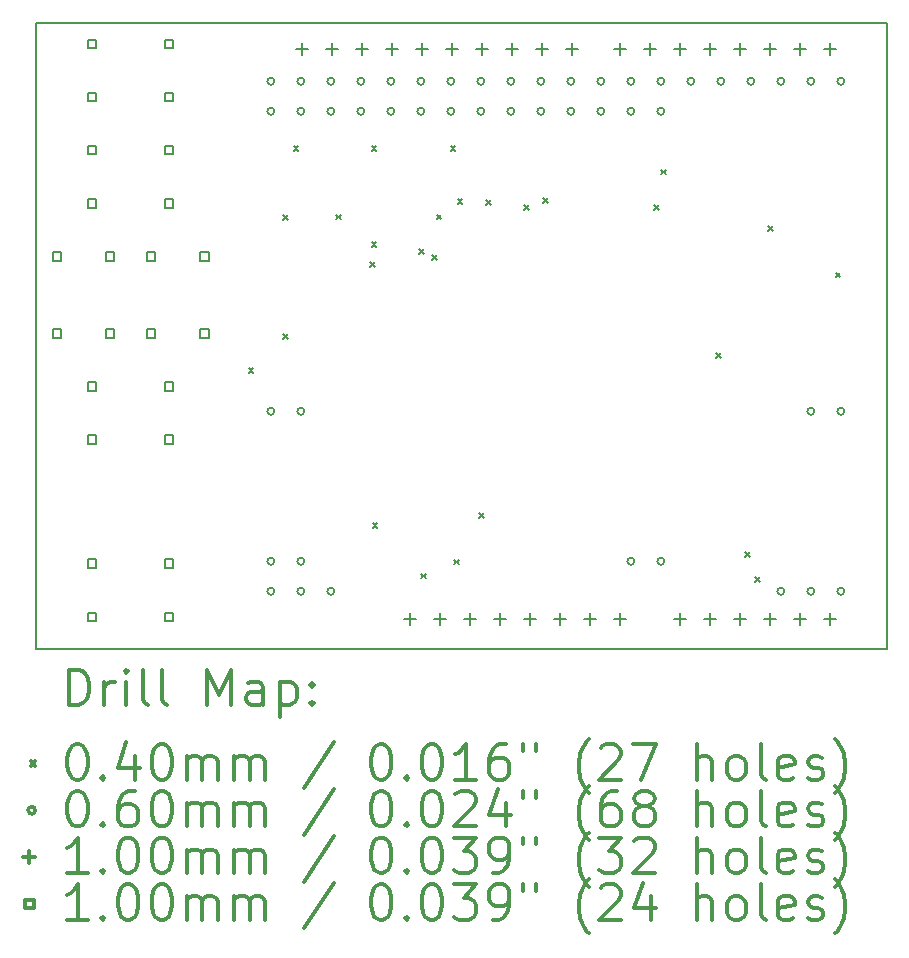
<source format=gbr>
%FSLAX45Y45*%
G04 Gerber Fmt 4.5, Leading zero omitted, Abs format (unit mm)*
G04 Created by KiCad (PCBNEW 5.0.0-fee4fd1~66~ubuntu18.04.1) date Mon Oct  8 02:40:17 2018*
%MOMM*%
%LPD*%
G01*
G04 APERTURE LIST*
%ADD10C,0.150000*%
%ADD11C,0.200000*%
%ADD12C,0.300000*%
G04 APERTURE END LIST*
D10*
X12300000Y-13000000D02*
X12300000Y-7700000D01*
X5100000Y-7700000D02*
X5100000Y-13000000D01*
X12300000Y-7700000D02*
X5100000Y-7700000D01*
X5100000Y-13000000D02*
X12300000Y-13000000D01*
D11*
X6900000Y-10620000D02*
X6940000Y-10660000D01*
X6940000Y-10620000D02*
X6900000Y-10660000D01*
X7190000Y-9323000D02*
X7230000Y-9363000D01*
X7230000Y-9323000D02*
X7190000Y-9363000D01*
X7190000Y-10330000D02*
X7230000Y-10370000D01*
X7230000Y-10330000D02*
X7190000Y-10370000D01*
X7280000Y-8740000D02*
X7320000Y-8780000D01*
X7320000Y-8740000D02*
X7280000Y-8780000D01*
X7640000Y-9320000D02*
X7680000Y-9360000D01*
X7680000Y-9320000D02*
X7640000Y-9360000D01*
X7930000Y-9720000D02*
X7970000Y-9760000D01*
X7970000Y-9720000D02*
X7930000Y-9760000D01*
X7940000Y-8740000D02*
X7980000Y-8780000D01*
X7980000Y-8740000D02*
X7940000Y-8780000D01*
X7940000Y-9550000D02*
X7980000Y-9590000D01*
X7980000Y-9550000D02*
X7940000Y-9590000D01*
X7950000Y-11930000D02*
X7990000Y-11970000D01*
X7990000Y-11930000D02*
X7950000Y-11970000D01*
X8340000Y-9610000D02*
X8380000Y-9650000D01*
X8380000Y-9610000D02*
X8340000Y-9650000D01*
X8360000Y-12360000D02*
X8400000Y-12400000D01*
X8400000Y-12360000D02*
X8360000Y-12400000D01*
X8450000Y-9660000D02*
X8490000Y-9700000D01*
X8490000Y-9660000D02*
X8450000Y-9700000D01*
X8490000Y-9320000D02*
X8530000Y-9360000D01*
X8530000Y-9320000D02*
X8490000Y-9360000D01*
X8610000Y-8740000D02*
X8650000Y-8780000D01*
X8650000Y-8740000D02*
X8610000Y-8780000D01*
X8640000Y-12240000D02*
X8680000Y-12280000D01*
X8680000Y-12240000D02*
X8640000Y-12280000D01*
X8670000Y-9190000D02*
X8710000Y-9230000D01*
X8710000Y-9190000D02*
X8670000Y-9230000D01*
X8850000Y-11850000D02*
X8890000Y-11890000D01*
X8890000Y-11850000D02*
X8850000Y-11890000D01*
X8910000Y-9200000D02*
X8950000Y-9240000D01*
X8950000Y-9200000D02*
X8910000Y-9240000D01*
X9230000Y-9240000D02*
X9270000Y-9280000D01*
X9270000Y-9240000D02*
X9230000Y-9280000D01*
X9390000Y-9180000D02*
X9430000Y-9220000D01*
X9430000Y-9180000D02*
X9390000Y-9220000D01*
X10330000Y-9240000D02*
X10370000Y-9280000D01*
X10370000Y-9240000D02*
X10330000Y-9280000D01*
X10390000Y-8940000D02*
X10430000Y-8980000D01*
X10430000Y-8940000D02*
X10390000Y-8980000D01*
X10860000Y-10490000D02*
X10900000Y-10530000D01*
X10900000Y-10490000D02*
X10860000Y-10530000D01*
X11100000Y-12180000D02*
X11140000Y-12220000D01*
X11140000Y-12180000D02*
X11100000Y-12220000D01*
X11190000Y-12390000D02*
X11230000Y-12430000D01*
X11230000Y-12390000D02*
X11190000Y-12430000D01*
X11300000Y-9420000D02*
X11340000Y-9460000D01*
X11340000Y-9420000D02*
X11300000Y-9460000D01*
X11870000Y-9810000D02*
X11910000Y-9850000D01*
X11910000Y-9810000D02*
X11870000Y-9850000D01*
X7117000Y-8191000D02*
G75*
G03X7117000Y-8191000I-30000J0D01*
G01*
X7117000Y-10985000D02*
G75*
G03X7117000Y-10985000I-30000J0D01*
G01*
X7371000Y-8191000D02*
G75*
G03X7371000Y-8191000I-30000J0D01*
G01*
X7371000Y-10985000D02*
G75*
G03X7371000Y-10985000I-30000J0D01*
G01*
X7625000Y-8191000D02*
G75*
G03X7625000Y-8191000I-30000J0D01*
G01*
X7879000Y-8191000D02*
G75*
G03X7879000Y-8191000I-30000J0D01*
G01*
X8133000Y-8191000D02*
G75*
G03X8133000Y-8191000I-30000J0D01*
G01*
X8387000Y-8191000D02*
G75*
G03X8387000Y-8191000I-30000J0D01*
G01*
X8641000Y-8191000D02*
G75*
G03X8641000Y-8191000I-30000J0D01*
G01*
X8895000Y-8191000D02*
G75*
G03X8895000Y-8191000I-30000J0D01*
G01*
X9149000Y-8191000D02*
G75*
G03X9149000Y-8191000I-30000J0D01*
G01*
X9403000Y-8191000D02*
G75*
G03X9403000Y-8191000I-30000J0D01*
G01*
X9657000Y-8191000D02*
G75*
G03X9657000Y-8191000I-30000J0D01*
G01*
X9911000Y-8191000D02*
G75*
G03X9911000Y-8191000I-30000J0D01*
G01*
X10165000Y-8191000D02*
G75*
G03X10165000Y-8191000I-30000J0D01*
G01*
X10419000Y-8191000D02*
G75*
G03X10419000Y-8191000I-30000J0D01*
G01*
X10673000Y-8191000D02*
G75*
G03X10673000Y-8191000I-30000J0D01*
G01*
X10927000Y-8191000D02*
G75*
G03X10927000Y-8191000I-30000J0D01*
G01*
X11181000Y-8191000D02*
G75*
G03X11181000Y-8191000I-30000J0D01*
G01*
X11435000Y-8191000D02*
G75*
G03X11435000Y-8191000I-30000J0D01*
G01*
X11689000Y-8191000D02*
G75*
G03X11689000Y-8191000I-30000J0D01*
G01*
X11689000Y-10985000D02*
G75*
G03X11689000Y-10985000I-30000J0D01*
G01*
X11943000Y-8191000D02*
G75*
G03X11943000Y-8191000I-30000J0D01*
G01*
X11943000Y-10985000D02*
G75*
G03X11943000Y-10985000I-30000J0D01*
G01*
X7117000Y-8445000D02*
G75*
G03X7117000Y-8445000I-30000J0D01*
G01*
X7117000Y-12255000D02*
G75*
G03X7117000Y-12255000I-30000J0D01*
G01*
X7371000Y-8445000D02*
G75*
G03X7371000Y-8445000I-30000J0D01*
G01*
X7371000Y-12255000D02*
G75*
G03X7371000Y-12255000I-30000J0D01*
G01*
X7625000Y-8445000D02*
G75*
G03X7625000Y-8445000I-30000J0D01*
G01*
X7879000Y-8445000D02*
G75*
G03X7879000Y-8445000I-30000J0D01*
G01*
X8133000Y-8445000D02*
G75*
G03X8133000Y-8445000I-30000J0D01*
G01*
X8387000Y-8445000D02*
G75*
G03X8387000Y-8445000I-30000J0D01*
G01*
X8641000Y-8445000D02*
G75*
G03X8641000Y-8445000I-30000J0D01*
G01*
X8895000Y-8445000D02*
G75*
G03X8895000Y-8445000I-30000J0D01*
G01*
X9149000Y-8445000D02*
G75*
G03X9149000Y-8445000I-30000J0D01*
G01*
X9403000Y-8445000D02*
G75*
G03X9403000Y-8445000I-30000J0D01*
G01*
X9657000Y-8445000D02*
G75*
G03X9657000Y-8445000I-30000J0D01*
G01*
X9911000Y-8445000D02*
G75*
G03X9911000Y-8445000I-30000J0D01*
G01*
X10165000Y-8445000D02*
G75*
G03X10165000Y-8445000I-30000J0D01*
G01*
X10165000Y-12255000D02*
G75*
G03X10165000Y-12255000I-30000J0D01*
G01*
X10419000Y-8445000D02*
G75*
G03X10419000Y-8445000I-30000J0D01*
G01*
X10419000Y-12255000D02*
G75*
G03X10419000Y-12255000I-30000J0D01*
G01*
X7117000Y-8191000D02*
G75*
G03X7117000Y-8191000I-30000J0D01*
G01*
X7117000Y-12509000D02*
G75*
G03X7117000Y-12509000I-30000J0D01*
G01*
X7371000Y-8191000D02*
G75*
G03X7371000Y-8191000I-30000J0D01*
G01*
X7371000Y-12509000D02*
G75*
G03X7371000Y-12509000I-30000J0D01*
G01*
X7625000Y-8191000D02*
G75*
G03X7625000Y-8191000I-30000J0D01*
G01*
X7625000Y-12509000D02*
G75*
G03X7625000Y-12509000I-30000J0D01*
G01*
X7879000Y-8191000D02*
G75*
G03X7879000Y-8191000I-30000J0D01*
G01*
X8133000Y-8191000D02*
G75*
G03X8133000Y-8191000I-30000J0D01*
G01*
X8387000Y-8191000D02*
G75*
G03X8387000Y-8191000I-30000J0D01*
G01*
X8641000Y-8191000D02*
G75*
G03X8641000Y-8191000I-30000J0D01*
G01*
X8895000Y-8191000D02*
G75*
G03X8895000Y-8191000I-30000J0D01*
G01*
X9149000Y-8191000D02*
G75*
G03X9149000Y-8191000I-30000J0D01*
G01*
X9403000Y-8191000D02*
G75*
G03X9403000Y-8191000I-30000J0D01*
G01*
X9657000Y-8191000D02*
G75*
G03X9657000Y-8191000I-30000J0D01*
G01*
X9911000Y-8191000D02*
G75*
G03X9911000Y-8191000I-30000J0D01*
G01*
X10165000Y-8191000D02*
G75*
G03X10165000Y-8191000I-30000J0D01*
G01*
X10419000Y-8191000D02*
G75*
G03X10419000Y-8191000I-30000J0D01*
G01*
X10673000Y-8191000D02*
G75*
G03X10673000Y-8191000I-30000J0D01*
G01*
X10927000Y-8191000D02*
G75*
G03X10927000Y-8191000I-30000J0D01*
G01*
X11181000Y-8191000D02*
G75*
G03X11181000Y-8191000I-30000J0D01*
G01*
X11435000Y-8191000D02*
G75*
G03X11435000Y-8191000I-30000J0D01*
G01*
X11435000Y-12509000D02*
G75*
G03X11435000Y-12509000I-30000J0D01*
G01*
X11689000Y-8191000D02*
G75*
G03X11689000Y-8191000I-30000J0D01*
G01*
X11689000Y-12509000D02*
G75*
G03X11689000Y-12509000I-30000J0D01*
G01*
X11943000Y-8191000D02*
G75*
G03X11943000Y-8191000I-30000J0D01*
G01*
X11943000Y-12509000D02*
G75*
G03X11943000Y-12509000I-30000J0D01*
G01*
X7349600Y-7870000D02*
X7349600Y-7970000D01*
X7299600Y-7920000D02*
X7399600Y-7920000D01*
X7603600Y-7870000D02*
X7603600Y-7970000D01*
X7553600Y-7920000D02*
X7653600Y-7920000D01*
X7857600Y-7870000D02*
X7857600Y-7970000D01*
X7807600Y-7920000D02*
X7907600Y-7920000D01*
X8111600Y-7870000D02*
X8111600Y-7970000D01*
X8061600Y-7920000D02*
X8161600Y-7920000D01*
X8264000Y-12696000D02*
X8264000Y-12796000D01*
X8214000Y-12746000D02*
X8314000Y-12746000D01*
X8365600Y-7870000D02*
X8365600Y-7970000D01*
X8315600Y-7920000D02*
X8415600Y-7920000D01*
X8518000Y-12696000D02*
X8518000Y-12796000D01*
X8468000Y-12746000D02*
X8568000Y-12746000D01*
X8619600Y-7870000D02*
X8619600Y-7970000D01*
X8569600Y-7920000D02*
X8669600Y-7920000D01*
X8772000Y-12696000D02*
X8772000Y-12796000D01*
X8722000Y-12746000D02*
X8822000Y-12746000D01*
X8873600Y-7870000D02*
X8873600Y-7970000D01*
X8823600Y-7920000D02*
X8923600Y-7920000D01*
X9026000Y-12696000D02*
X9026000Y-12796000D01*
X8976000Y-12746000D02*
X9076000Y-12746000D01*
X9127600Y-7870000D02*
X9127600Y-7970000D01*
X9077600Y-7920000D02*
X9177600Y-7920000D01*
X9280000Y-12696000D02*
X9280000Y-12796000D01*
X9230000Y-12746000D02*
X9330000Y-12746000D01*
X9381600Y-7870000D02*
X9381600Y-7970000D01*
X9331600Y-7920000D02*
X9431600Y-7920000D01*
X9534000Y-12696000D02*
X9534000Y-12796000D01*
X9484000Y-12746000D02*
X9584000Y-12746000D01*
X9635600Y-7870000D02*
X9635600Y-7970000D01*
X9585600Y-7920000D02*
X9685600Y-7920000D01*
X9788000Y-12696000D02*
X9788000Y-12796000D01*
X9738000Y-12746000D02*
X9838000Y-12746000D01*
X10042000Y-7870000D02*
X10042000Y-7970000D01*
X9992000Y-7920000D02*
X10092000Y-7920000D01*
X10042000Y-12696000D02*
X10042000Y-12796000D01*
X9992000Y-12746000D02*
X10092000Y-12746000D01*
X10296000Y-7870000D02*
X10296000Y-7970000D01*
X10246000Y-7920000D02*
X10346000Y-7920000D01*
X10550000Y-7870000D02*
X10550000Y-7970000D01*
X10500000Y-7920000D02*
X10600000Y-7920000D01*
X10550000Y-12696000D02*
X10550000Y-12796000D01*
X10500000Y-12746000D02*
X10600000Y-12746000D01*
X10804000Y-7870000D02*
X10804000Y-7970000D01*
X10754000Y-7920000D02*
X10854000Y-7920000D01*
X10804000Y-12696000D02*
X10804000Y-12796000D01*
X10754000Y-12746000D02*
X10854000Y-12746000D01*
X11058000Y-7870000D02*
X11058000Y-7970000D01*
X11008000Y-7920000D02*
X11108000Y-7920000D01*
X11058000Y-12696000D02*
X11058000Y-12796000D01*
X11008000Y-12746000D02*
X11108000Y-12746000D01*
X11312000Y-7870000D02*
X11312000Y-7970000D01*
X11262000Y-7920000D02*
X11362000Y-7920000D01*
X11312000Y-12696000D02*
X11312000Y-12796000D01*
X11262000Y-12746000D02*
X11362000Y-12746000D01*
X11566000Y-7870000D02*
X11566000Y-7970000D01*
X11516000Y-7920000D02*
X11616000Y-7920000D01*
X11566000Y-12696000D02*
X11566000Y-12796000D01*
X11516000Y-12746000D02*
X11616000Y-12746000D01*
X11820000Y-7870000D02*
X11820000Y-7970000D01*
X11770000Y-7920000D02*
X11870000Y-7920000D01*
X11820000Y-12696000D02*
X11820000Y-12796000D01*
X11770000Y-12746000D02*
X11870000Y-12746000D01*
X5610262Y-10810339D02*
X5610262Y-10739574D01*
X5539498Y-10739574D01*
X5539498Y-10810339D01*
X5610262Y-10810339D01*
X5610262Y-11260426D02*
X5610262Y-11189661D01*
X5539498Y-11189661D01*
X5539498Y-11260426D01*
X5610262Y-11260426D01*
X6260502Y-10810339D02*
X6260502Y-10739574D01*
X6189737Y-10739574D01*
X6189737Y-10810339D01*
X6260502Y-10810339D01*
X6260502Y-11260426D02*
X6260502Y-11189661D01*
X6189737Y-11189661D01*
X6189737Y-11260426D01*
X6260502Y-11260426D01*
X5610262Y-12310338D02*
X5610262Y-12239573D01*
X5539498Y-12239573D01*
X5539498Y-12310338D01*
X5610262Y-12310338D01*
X5610262Y-12760426D02*
X5610262Y-12689661D01*
X5539498Y-12689661D01*
X5539498Y-12760426D01*
X5610262Y-12760426D01*
X6260502Y-12310338D02*
X6260502Y-12239573D01*
X6189737Y-12239573D01*
X6189737Y-12310338D01*
X6260502Y-12310338D01*
X6260502Y-12760426D02*
X6260502Y-12689661D01*
X6189737Y-12689661D01*
X6189737Y-12760426D01*
X6260502Y-12760426D01*
X5610262Y-7910338D02*
X5610262Y-7839573D01*
X5539498Y-7839573D01*
X5539498Y-7910338D01*
X5610262Y-7910338D01*
X5610262Y-8360426D02*
X5610262Y-8289661D01*
X5539498Y-8289661D01*
X5539498Y-8360426D01*
X5610262Y-8360426D01*
X6260502Y-7910338D02*
X6260502Y-7839573D01*
X6189737Y-7839573D01*
X6189737Y-7910338D01*
X6260502Y-7910338D01*
X6260502Y-8360426D02*
X6260502Y-8289661D01*
X6189737Y-8289661D01*
X6189737Y-8360426D01*
X6260502Y-8360426D01*
X5310339Y-9710263D02*
X5310339Y-9639498D01*
X5239574Y-9639498D01*
X5239574Y-9710263D01*
X5310339Y-9710263D01*
X5310339Y-10360503D02*
X5310339Y-10289738D01*
X5239574Y-10289738D01*
X5239574Y-10360503D01*
X5310339Y-10360503D01*
X5760426Y-9710263D02*
X5760426Y-9639498D01*
X5689661Y-9639498D01*
X5689661Y-9710263D01*
X5760426Y-9710263D01*
X5760426Y-10360503D02*
X5760426Y-10289738D01*
X5689661Y-10289738D01*
X5689661Y-10360503D01*
X5760426Y-10360503D01*
X6110338Y-9710263D02*
X6110338Y-9639498D01*
X6039573Y-9639498D01*
X6039573Y-9710263D01*
X6110338Y-9710263D01*
X6110338Y-10360503D02*
X6110338Y-10289738D01*
X6039573Y-10289738D01*
X6039573Y-10360503D01*
X6110338Y-10360503D01*
X6560426Y-9710263D02*
X6560426Y-9639498D01*
X6489661Y-9639498D01*
X6489661Y-9710263D01*
X6560426Y-9710263D01*
X6560426Y-10360503D02*
X6560426Y-10289738D01*
X6489661Y-10289738D01*
X6489661Y-10360503D01*
X6560426Y-10360503D01*
X5610262Y-8810339D02*
X5610262Y-8739574D01*
X5539498Y-8739574D01*
X5539498Y-8810339D01*
X5610262Y-8810339D01*
X5610262Y-9260427D02*
X5610262Y-9189662D01*
X5539498Y-9189662D01*
X5539498Y-9260427D01*
X5610262Y-9260427D01*
X6260502Y-8810339D02*
X6260502Y-8739574D01*
X6189737Y-8739574D01*
X6189737Y-8810339D01*
X6260502Y-8810339D01*
X6260502Y-9260427D02*
X6260502Y-9189662D01*
X6189737Y-9189662D01*
X6189737Y-9260427D01*
X6260502Y-9260427D01*
D12*
X5378928Y-13473214D02*
X5378928Y-13173214D01*
X5450357Y-13173214D01*
X5493214Y-13187500D01*
X5521786Y-13216071D01*
X5536071Y-13244643D01*
X5550357Y-13301786D01*
X5550357Y-13344643D01*
X5536071Y-13401786D01*
X5521786Y-13430357D01*
X5493214Y-13458929D01*
X5450357Y-13473214D01*
X5378928Y-13473214D01*
X5678928Y-13473214D02*
X5678928Y-13273214D01*
X5678928Y-13330357D02*
X5693214Y-13301786D01*
X5707500Y-13287500D01*
X5736071Y-13273214D01*
X5764643Y-13273214D01*
X5864643Y-13473214D02*
X5864643Y-13273214D01*
X5864643Y-13173214D02*
X5850357Y-13187500D01*
X5864643Y-13201786D01*
X5878928Y-13187500D01*
X5864643Y-13173214D01*
X5864643Y-13201786D01*
X6050357Y-13473214D02*
X6021786Y-13458929D01*
X6007500Y-13430357D01*
X6007500Y-13173214D01*
X6207500Y-13473214D02*
X6178928Y-13458929D01*
X6164643Y-13430357D01*
X6164643Y-13173214D01*
X6550357Y-13473214D02*
X6550357Y-13173214D01*
X6650357Y-13387500D01*
X6750357Y-13173214D01*
X6750357Y-13473214D01*
X7021786Y-13473214D02*
X7021786Y-13316071D01*
X7007500Y-13287500D01*
X6978928Y-13273214D01*
X6921786Y-13273214D01*
X6893214Y-13287500D01*
X7021786Y-13458929D02*
X6993214Y-13473214D01*
X6921786Y-13473214D01*
X6893214Y-13458929D01*
X6878928Y-13430357D01*
X6878928Y-13401786D01*
X6893214Y-13373214D01*
X6921786Y-13358929D01*
X6993214Y-13358929D01*
X7021786Y-13344643D01*
X7164643Y-13273214D02*
X7164643Y-13573214D01*
X7164643Y-13287500D02*
X7193214Y-13273214D01*
X7250357Y-13273214D01*
X7278928Y-13287500D01*
X7293214Y-13301786D01*
X7307500Y-13330357D01*
X7307500Y-13416071D01*
X7293214Y-13444643D01*
X7278928Y-13458929D01*
X7250357Y-13473214D01*
X7193214Y-13473214D01*
X7164643Y-13458929D01*
X7436071Y-13444643D02*
X7450357Y-13458929D01*
X7436071Y-13473214D01*
X7421786Y-13458929D01*
X7436071Y-13444643D01*
X7436071Y-13473214D01*
X7436071Y-13287500D02*
X7450357Y-13301786D01*
X7436071Y-13316071D01*
X7421786Y-13301786D01*
X7436071Y-13287500D01*
X7436071Y-13316071D01*
X5052500Y-13947500D02*
X5092500Y-13987500D01*
X5092500Y-13947500D02*
X5052500Y-13987500D01*
X5436071Y-13803214D02*
X5464643Y-13803214D01*
X5493214Y-13817500D01*
X5507500Y-13831786D01*
X5521786Y-13860357D01*
X5536071Y-13917500D01*
X5536071Y-13988929D01*
X5521786Y-14046071D01*
X5507500Y-14074643D01*
X5493214Y-14088929D01*
X5464643Y-14103214D01*
X5436071Y-14103214D01*
X5407500Y-14088929D01*
X5393214Y-14074643D01*
X5378928Y-14046071D01*
X5364643Y-13988929D01*
X5364643Y-13917500D01*
X5378928Y-13860357D01*
X5393214Y-13831786D01*
X5407500Y-13817500D01*
X5436071Y-13803214D01*
X5664643Y-14074643D02*
X5678928Y-14088929D01*
X5664643Y-14103214D01*
X5650357Y-14088929D01*
X5664643Y-14074643D01*
X5664643Y-14103214D01*
X5936071Y-13903214D02*
X5936071Y-14103214D01*
X5864643Y-13788929D02*
X5793214Y-14003214D01*
X5978928Y-14003214D01*
X6150357Y-13803214D02*
X6178928Y-13803214D01*
X6207500Y-13817500D01*
X6221786Y-13831786D01*
X6236071Y-13860357D01*
X6250357Y-13917500D01*
X6250357Y-13988929D01*
X6236071Y-14046071D01*
X6221786Y-14074643D01*
X6207500Y-14088929D01*
X6178928Y-14103214D01*
X6150357Y-14103214D01*
X6121786Y-14088929D01*
X6107500Y-14074643D01*
X6093214Y-14046071D01*
X6078928Y-13988929D01*
X6078928Y-13917500D01*
X6093214Y-13860357D01*
X6107500Y-13831786D01*
X6121786Y-13817500D01*
X6150357Y-13803214D01*
X6378928Y-14103214D02*
X6378928Y-13903214D01*
X6378928Y-13931786D02*
X6393214Y-13917500D01*
X6421786Y-13903214D01*
X6464643Y-13903214D01*
X6493214Y-13917500D01*
X6507500Y-13946071D01*
X6507500Y-14103214D01*
X6507500Y-13946071D02*
X6521786Y-13917500D01*
X6550357Y-13903214D01*
X6593214Y-13903214D01*
X6621786Y-13917500D01*
X6636071Y-13946071D01*
X6636071Y-14103214D01*
X6778928Y-14103214D02*
X6778928Y-13903214D01*
X6778928Y-13931786D02*
X6793214Y-13917500D01*
X6821786Y-13903214D01*
X6864643Y-13903214D01*
X6893214Y-13917500D01*
X6907500Y-13946071D01*
X6907500Y-14103214D01*
X6907500Y-13946071D02*
X6921786Y-13917500D01*
X6950357Y-13903214D01*
X6993214Y-13903214D01*
X7021786Y-13917500D01*
X7036071Y-13946071D01*
X7036071Y-14103214D01*
X7621786Y-13788929D02*
X7364643Y-14174643D01*
X8007500Y-13803214D02*
X8036071Y-13803214D01*
X8064643Y-13817500D01*
X8078928Y-13831786D01*
X8093214Y-13860357D01*
X8107500Y-13917500D01*
X8107500Y-13988929D01*
X8093214Y-14046071D01*
X8078928Y-14074643D01*
X8064643Y-14088929D01*
X8036071Y-14103214D01*
X8007500Y-14103214D01*
X7978928Y-14088929D01*
X7964643Y-14074643D01*
X7950357Y-14046071D01*
X7936071Y-13988929D01*
X7936071Y-13917500D01*
X7950357Y-13860357D01*
X7964643Y-13831786D01*
X7978928Y-13817500D01*
X8007500Y-13803214D01*
X8236071Y-14074643D02*
X8250357Y-14088929D01*
X8236071Y-14103214D01*
X8221786Y-14088929D01*
X8236071Y-14074643D01*
X8236071Y-14103214D01*
X8436071Y-13803214D02*
X8464643Y-13803214D01*
X8493214Y-13817500D01*
X8507500Y-13831786D01*
X8521786Y-13860357D01*
X8536071Y-13917500D01*
X8536071Y-13988929D01*
X8521786Y-14046071D01*
X8507500Y-14074643D01*
X8493214Y-14088929D01*
X8464643Y-14103214D01*
X8436071Y-14103214D01*
X8407500Y-14088929D01*
X8393214Y-14074643D01*
X8378928Y-14046071D01*
X8364643Y-13988929D01*
X8364643Y-13917500D01*
X8378928Y-13860357D01*
X8393214Y-13831786D01*
X8407500Y-13817500D01*
X8436071Y-13803214D01*
X8821786Y-14103214D02*
X8650357Y-14103214D01*
X8736071Y-14103214D02*
X8736071Y-13803214D01*
X8707500Y-13846071D01*
X8678928Y-13874643D01*
X8650357Y-13888929D01*
X9078928Y-13803214D02*
X9021786Y-13803214D01*
X8993214Y-13817500D01*
X8978928Y-13831786D01*
X8950357Y-13874643D01*
X8936071Y-13931786D01*
X8936071Y-14046071D01*
X8950357Y-14074643D01*
X8964643Y-14088929D01*
X8993214Y-14103214D01*
X9050357Y-14103214D01*
X9078928Y-14088929D01*
X9093214Y-14074643D01*
X9107500Y-14046071D01*
X9107500Y-13974643D01*
X9093214Y-13946071D01*
X9078928Y-13931786D01*
X9050357Y-13917500D01*
X8993214Y-13917500D01*
X8964643Y-13931786D01*
X8950357Y-13946071D01*
X8936071Y-13974643D01*
X9221786Y-13803214D02*
X9221786Y-13860357D01*
X9336071Y-13803214D02*
X9336071Y-13860357D01*
X9778928Y-14217500D02*
X9764643Y-14203214D01*
X9736071Y-14160357D01*
X9721786Y-14131786D01*
X9707500Y-14088929D01*
X9693214Y-14017500D01*
X9693214Y-13960357D01*
X9707500Y-13888929D01*
X9721786Y-13846071D01*
X9736071Y-13817500D01*
X9764643Y-13774643D01*
X9778928Y-13760357D01*
X9878928Y-13831786D02*
X9893214Y-13817500D01*
X9921786Y-13803214D01*
X9993214Y-13803214D01*
X10021786Y-13817500D01*
X10036071Y-13831786D01*
X10050357Y-13860357D01*
X10050357Y-13888929D01*
X10036071Y-13931786D01*
X9864643Y-14103214D01*
X10050357Y-14103214D01*
X10150357Y-13803214D02*
X10350357Y-13803214D01*
X10221786Y-14103214D01*
X10693214Y-14103214D02*
X10693214Y-13803214D01*
X10821786Y-14103214D02*
X10821786Y-13946071D01*
X10807500Y-13917500D01*
X10778928Y-13903214D01*
X10736071Y-13903214D01*
X10707500Y-13917500D01*
X10693214Y-13931786D01*
X11007500Y-14103214D02*
X10978928Y-14088929D01*
X10964643Y-14074643D01*
X10950357Y-14046071D01*
X10950357Y-13960357D01*
X10964643Y-13931786D01*
X10978928Y-13917500D01*
X11007500Y-13903214D01*
X11050357Y-13903214D01*
X11078928Y-13917500D01*
X11093214Y-13931786D01*
X11107500Y-13960357D01*
X11107500Y-14046071D01*
X11093214Y-14074643D01*
X11078928Y-14088929D01*
X11050357Y-14103214D01*
X11007500Y-14103214D01*
X11278928Y-14103214D02*
X11250357Y-14088929D01*
X11236071Y-14060357D01*
X11236071Y-13803214D01*
X11507500Y-14088929D02*
X11478928Y-14103214D01*
X11421786Y-14103214D01*
X11393214Y-14088929D01*
X11378928Y-14060357D01*
X11378928Y-13946071D01*
X11393214Y-13917500D01*
X11421786Y-13903214D01*
X11478928Y-13903214D01*
X11507500Y-13917500D01*
X11521786Y-13946071D01*
X11521786Y-13974643D01*
X11378928Y-14003214D01*
X11636071Y-14088929D02*
X11664643Y-14103214D01*
X11721786Y-14103214D01*
X11750357Y-14088929D01*
X11764643Y-14060357D01*
X11764643Y-14046071D01*
X11750357Y-14017500D01*
X11721786Y-14003214D01*
X11678928Y-14003214D01*
X11650357Y-13988929D01*
X11636071Y-13960357D01*
X11636071Y-13946071D01*
X11650357Y-13917500D01*
X11678928Y-13903214D01*
X11721786Y-13903214D01*
X11750357Y-13917500D01*
X11864643Y-14217500D02*
X11878928Y-14203214D01*
X11907500Y-14160357D01*
X11921786Y-14131786D01*
X11936071Y-14088929D01*
X11950357Y-14017500D01*
X11950357Y-13960357D01*
X11936071Y-13888929D01*
X11921786Y-13846071D01*
X11907500Y-13817500D01*
X11878928Y-13774643D01*
X11864643Y-13760357D01*
X5092500Y-14363500D02*
G75*
G03X5092500Y-14363500I-30000J0D01*
G01*
X5436071Y-14199214D02*
X5464643Y-14199214D01*
X5493214Y-14213500D01*
X5507500Y-14227786D01*
X5521786Y-14256357D01*
X5536071Y-14313500D01*
X5536071Y-14384929D01*
X5521786Y-14442071D01*
X5507500Y-14470643D01*
X5493214Y-14484929D01*
X5464643Y-14499214D01*
X5436071Y-14499214D01*
X5407500Y-14484929D01*
X5393214Y-14470643D01*
X5378928Y-14442071D01*
X5364643Y-14384929D01*
X5364643Y-14313500D01*
X5378928Y-14256357D01*
X5393214Y-14227786D01*
X5407500Y-14213500D01*
X5436071Y-14199214D01*
X5664643Y-14470643D02*
X5678928Y-14484929D01*
X5664643Y-14499214D01*
X5650357Y-14484929D01*
X5664643Y-14470643D01*
X5664643Y-14499214D01*
X5936071Y-14199214D02*
X5878928Y-14199214D01*
X5850357Y-14213500D01*
X5836071Y-14227786D01*
X5807500Y-14270643D01*
X5793214Y-14327786D01*
X5793214Y-14442071D01*
X5807500Y-14470643D01*
X5821786Y-14484929D01*
X5850357Y-14499214D01*
X5907500Y-14499214D01*
X5936071Y-14484929D01*
X5950357Y-14470643D01*
X5964643Y-14442071D01*
X5964643Y-14370643D01*
X5950357Y-14342071D01*
X5936071Y-14327786D01*
X5907500Y-14313500D01*
X5850357Y-14313500D01*
X5821786Y-14327786D01*
X5807500Y-14342071D01*
X5793214Y-14370643D01*
X6150357Y-14199214D02*
X6178928Y-14199214D01*
X6207500Y-14213500D01*
X6221786Y-14227786D01*
X6236071Y-14256357D01*
X6250357Y-14313500D01*
X6250357Y-14384929D01*
X6236071Y-14442071D01*
X6221786Y-14470643D01*
X6207500Y-14484929D01*
X6178928Y-14499214D01*
X6150357Y-14499214D01*
X6121786Y-14484929D01*
X6107500Y-14470643D01*
X6093214Y-14442071D01*
X6078928Y-14384929D01*
X6078928Y-14313500D01*
X6093214Y-14256357D01*
X6107500Y-14227786D01*
X6121786Y-14213500D01*
X6150357Y-14199214D01*
X6378928Y-14499214D02*
X6378928Y-14299214D01*
X6378928Y-14327786D02*
X6393214Y-14313500D01*
X6421786Y-14299214D01*
X6464643Y-14299214D01*
X6493214Y-14313500D01*
X6507500Y-14342071D01*
X6507500Y-14499214D01*
X6507500Y-14342071D02*
X6521786Y-14313500D01*
X6550357Y-14299214D01*
X6593214Y-14299214D01*
X6621786Y-14313500D01*
X6636071Y-14342071D01*
X6636071Y-14499214D01*
X6778928Y-14499214D02*
X6778928Y-14299214D01*
X6778928Y-14327786D02*
X6793214Y-14313500D01*
X6821786Y-14299214D01*
X6864643Y-14299214D01*
X6893214Y-14313500D01*
X6907500Y-14342071D01*
X6907500Y-14499214D01*
X6907500Y-14342071D02*
X6921786Y-14313500D01*
X6950357Y-14299214D01*
X6993214Y-14299214D01*
X7021786Y-14313500D01*
X7036071Y-14342071D01*
X7036071Y-14499214D01*
X7621786Y-14184929D02*
X7364643Y-14570643D01*
X8007500Y-14199214D02*
X8036071Y-14199214D01*
X8064643Y-14213500D01*
X8078928Y-14227786D01*
X8093214Y-14256357D01*
X8107500Y-14313500D01*
X8107500Y-14384929D01*
X8093214Y-14442071D01*
X8078928Y-14470643D01*
X8064643Y-14484929D01*
X8036071Y-14499214D01*
X8007500Y-14499214D01*
X7978928Y-14484929D01*
X7964643Y-14470643D01*
X7950357Y-14442071D01*
X7936071Y-14384929D01*
X7936071Y-14313500D01*
X7950357Y-14256357D01*
X7964643Y-14227786D01*
X7978928Y-14213500D01*
X8007500Y-14199214D01*
X8236071Y-14470643D02*
X8250357Y-14484929D01*
X8236071Y-14499214D01*
X8221786Y-14484929D01*
X8236071Y-14470643D01*
X8236071Y-14499214D01*
X8436071Y-14199214D02*
X8464643Y-14199214D01*
X8493214Y-14213500D01*
X8507500Y-14227786D01*
X8521786Y-14256357D01*
X8536071Y-14313500D01*
X8536071Y-14384929D01*
X8521786Y-14442071D01*
X8507500Y-14470643D01*
X8493214Y-14484929D01*
X8464643Y-14499214D01*
X8436071Y-14499214D01*
X8407500Y-14484929D01*
X8393214Y-14470643D01*
X8378928Y-14442071D01*
X8364643Y-14384929D01*
X8364643Y-14313500D01*
X8378928Y-14256357D01*
X8393214Y-14227786D01*
X8407500Y-14213500D01*
X8436071Y-14199214D01*
X8650357Y-14227786D02*
X8664643Y-14213500D01*
X8693214Y-14199214D01*
X8764643Y-14199214D01*
X8793214Y-14213500D01*
X8807500Y-14227786D01*
X8821786Y-14256357D01*
X8821786Y-14284929D01*
X8807500Y-14327786D01*
X8636071Y-14499214D01*
X8821786Y-14499214D01*
X9078928Y-14299214D02*
X9078928Y-14499214D01*
X9007500Y-14184929D02*
X8936071Y-14399214D01*
X9121786Y-14399214D01*
X9221786Y-14199214D02*
X9221786Y-14256357D01*
X9336071Y-14199214D02*
X9336071Y-14256357D01*
X9778928Y-14613500D02*
X9764643Y-14599214D01*
X9736071Y-14556357D01*
X9721786Y-14527786D01*
X9707500Y-14484929D01*
X9693214Y-14413500D01*
X9693214Y-14356357D01*
X9707500Y-14284929D01*
X9721786Y-14242071D01*
X9736071Y-14213500D01*
X9764643Y-14170643D01*
X9778928Y-14156357D01*
X10021786Y-14199214D02*
X9964643Y-14199214D01*
X9936071Y-14213500D01*
X9921786Y-14227786D01*
X9893214Y-14270643D01*
X9878928Y-14327786D01*
X9878928Y-14442071D01*
X9893214Y-14470643D01*
X9907500Y-14484929D01*
X9936071Y-14499214D01*
X9993214Y-14499214D01*
X10021786Y-14484929D01*
X10036071Y-14470643D01*
X10050357Y-14442071D01*
X10050357Y-14370643D01*
X10036071Y-14342071D01*
X10021786Y-14327786D01*
X9993214Y-14313500D01*
X9936071Y-14313500D01*
X9907500Y-14327786D01*
X9893214Y-14342071D01*
X9878928Y-14370643D01*
X10221786Y-14327786D02*
X10193214Y-14313500D01*
X10178928Y-14299214D01*
X10164643Y-14270643D01*
X10164643Y-14256357D01*
X10178928Y-14227786D01*
X10193214Y-14213500D01*
X10221786Y-14199214D01*
X10278928Y-14199214D01*
X10307500Y-14213500D01*
X10321786Y-14227786D01*
X10336071Y-14256357D01*
X10336071Y-14270643D01*
X10321786Y-14299214D01*
X10307500Y-14313500D01*
X10278928Y-14327786D01*
X10221786Y-14327786D01*
X10193214Y-14342071D01*
X10178928Y-14356357D01*
X10164643Y-14384929D01*
X10164643Y-14442071D01*
X10178928Y-14470643D01*
X10193214Y-14484929D01*
X10221786Y-14499214D01*
X10278928Y-14499214D01*
X10307500Y-14484929D01*
X10321786Y-14470643D01*
X10336071Y-14442071D01*
X10336071Y-14384929D01*
X10321786Y-14356357D01*
X10307500Y-14342071D01*
X10278928Y-14327786D01*
X10693214Y-14499214D02*
X10693214Y-14199214D01*
X10821786Y-14499214D02*
X10821786Y-14342071D01*
X10807500Y-14313500D01*
X10778928Y-14299214D01*
X10736071Y-14299214D01*
X10707500Y-14313500D01*
X10693214Y-14327786D01*
X11007500Y-14499214D02*
X10978928Y-14484929D01*
X10964643Y-14470643D01*
X10950357Y-14442071D01*
X10950357Y-14356357D01*
X10964643Y-14327786D01*
X10978928Y-14313500D01*
X11007500Y-14299214D01*
X11050357Y-14299214D01*
X11078928Y-14313500D01*
X11093214Y-14327786D01*
X11107500Y-14356357D01*
X11107500Y-14442071D01*
X11093214Y-14470643D01*
X11078928Y-14484929D01*
X11050357Y-14499214D01*
X11007500Y-14499214D01*
X11278928Y-14499214D02*
X11250357Y-14484929D01*
X11236071Y-14456357D01*
X11236071Y-14199214D01*
X11507500Y-14484929D02*
X11478928Y-14499214D01*
X11421786Y-14499214D01*
X11393214Y-14484929D01*
X11378928Y-14456357D01*
X11378928Y-14342071D01*
X11393214Y-14313500D01*
X11421786Y-14299214D01*
X11478928Y-14299214D01*
X11507500Y-14313500D01*
X11521786Y-14342071D01*
X11521786Y-14370643D01*
X11378928Y-14399214D01*
X11636071Y-14484929D02*
X11664643Y-14499214D01*
X11721786Y-14499214D01*
X11750357Y-14484929D01*
X11764643Y-14456357D01*
X11764643Y-14442071D01*
X11750357Y-14413500D01*
X11721786Y-14399214D01*
X11678928Y-14399214D01*
X11650357Y-14384929D01*
X11636071Y-14356357D01*
X11636071Y-14342071D01*
X11650357Y-14313500D01*
X11678928Y-14299214D01*
X11721786Y-14299214D01*
X11750357Y-14313500D01*
X11864643Y-14613500D02*
X11878928Y-14599214D01*
X11907500Y-14556357D01*
X11921786Y-14527786D01*
X11936071Y-14484929D01*
X11950357Y-14413500D01*
X11950357Y-14356357D01*
X11936071Y-14284929D01*
X11921786Y-14242071D01*
X11907500Y-14213500D01*
X11878928Y-14170643D01*
X11864643Y-14156357D01*
X5042500Y-14709500D02*
X5042500Y-14809500D01*
X4992500Y-14759500D02*
X5092500Y-14759500D01*
X5536071Y-14895214D02*
X5364643Y-14895214D01*
X5450357Y-14895214D02*
X5450357Y-14595214D01*
X5421786Y-14638071D01*
X5393214Y-14666643D01*
X5364643Y-14680929D01*
X5664643Y-14866643D02*
X5678928Y-14880929D01*
X5664643Y-14895214D01*
X5650357Y-14880929D01*
X5664643Y-14866643D01*
X5664643Y-14895214D01*
X5864643Y-14595214D02*
X5893214Y-14595214D01*
X5921786Y-14609500D01*
X5936071Y-14623786D01*
X5950357Y-14652357D01*
X5964643Y-14709500D01*
X5964643Y-14780929D01*
X5950357Y-14838071D01*
X5936071Y-14866643D01*
X5921786Y-14880929D01*
X5893214Y-14895214D01*
X5864643Y-14895214D01*
X5836071Y-14880929D01*
X5821786Y-14866643D01*
X5807500Y-14838071D01*
X5793214Y-14780929D01*
X5793214Y-14709500D01*
X5807500Y-14652357D01*
X5821786Y-14623786D01*
X5836071Y-14609500D01*
X5864643Y-14595214D01*
X6150357Y-14595214D02*
X6178928Y-14595214D01*
X6207500Y-14609500D01*
X6221786Y-14623786D01*
X6236071Y-14652357D01*
X6250357Y-14709500D01*
X6250357Y-14780929D01*
X6236071Y-14838071D01*
X6221786Y-14866643D01*
X6207500Y-14880929D01*
X6178928Y-14895214D01*
X6150357Y-14895214D01*
X6121786Y-14880929D01*
X6107500Y-14866643D01*
X6093214Y-14838071D01*
X6078928Y-14780929D01*
X6078928Y-14709500D01*
X6093214Y-14652357D01*
X6107500Y-14623786D01*
X6121786Y-14609500D01*
X6150357Y-14595214D01*
X6378928Y-14895214D02*
X6378928Y-14695214D01*
X6378928Y-14723786D02*
X6393214Y-14709500D01*
X6421786Y-14695214D01*
X6464643Y-14695214D01*
X6493214Y-14709500D01*
X6507500Y-14738071D01*
X6507500Y-14895214D01*
X6507500Y-14738071D02*
X6521786Y-14709500D01*
X6550357Y-14695214D01*
X6593214Y-14695214D01*
X6621786Y-14709500D01*
X6636071Y-14738071D01*
X6636071Y-14895214D01*
X6778928Y-14895214D02*
X6778928Y-14695214D01*
X6778928Y-14723786D02*
X6793214Y-14709500D01*
X6821786Y-14695214D01*
X6864643Y-14695214D01*
X6893214Y-14709500D01*
X6907500Y-14738071D01*
X6907500Y-14895214D01*
X6907500Y-14738071D02*
X6921786Y-14709500D01*
X6950357Y-14695214D01*
X6993214Y-14695214D01*
X7021786Y-14709500D01*
X7036071Y-14738071D01*
X7036071Y-14895214D01*
X7621786Y-14580929D02*
X7364643Y-14966643D01*
X8007500Y-14595214D02*
X8036071Y-14595214D01*
X8064643Y-14609500D01*
X8078928Y-14623786D01*
X8093214Y-14652357D01*
X8107500Y-14709500D01*
X8107500Y-14780929D01*
X8093214Y-14838071D01*
X8078928Y-14866643D01*
X8064643Y-14880929D01*
X8036071Y-14895214D01*
X8007500Y-14895214D01*
X7978928Y-14880929D01*
X7964643Y-14866643D01*
X7950357Y-14838071D01*
X7936071Y-14780929D01*
X7936071Y-14709500D01*
X7950357Y-14652357D01*
X7964643Y-14623786D01*
X7978928Y-14609500D01*
X8007500Y-14595214D01*
X8236071Y-14866643D02*
X8250357Y-14880929D01*
X8236071Y-14895214D01*
X8221786Y-14880929D01*
X8236071Y-14866643D01*
X8236071Y-14895214D01*
X8436071Y-14595214D02*
X8464643Y-14595214D01*
X8493214Y-14609500D01*
X8507500Y-14623786D01*
X8521786Y-14652357D01*
X8536071Y-14709500D01*
X8536071Y-14780929D01*
X8521786Y-14838071D01*
X8507500Y-14866643D01*
X8493214Y-14880929D01*
X8464643Y-14895214D01*
X8436071Y-14895214D01*
X8407500Y-14880929D01*
X8393214Y-14866643D01*
X8378928Y-14838071D01*
X8364643Y-14780929D01*
X8364643Y-14709500D01*
X8378928Y-14652357D01*
X8393214Y-14623786D01*
X8407500Y-14609500D01*
X8436071Y-14595214D01*
X8636071Y-14595214D02*
X8821786Y-14595214D01*
X8721786Y-14709500D01*
X8764643Y-14709500D01*
X8793214Y-14723786D01*
X8807500Y-14738071D01*
X8821786Y-14766643D01*
X8821786Y-14838071D01*
X8807500Y-14866643D01*
X8793214Y-14880929D01*
X8764643Y-14895214D01*
X8678928Y-14895214D01*
X8650357Y-14880929D01*
X8636071Y-14866643D01*
X8964643Y-14895214D02*
X9021786Y-14895214D01*
X9050357Y-14880929D01*
X9064643Y-14866643D01*
X9093214Y-14823786D01*
X9107500Y-14766643D01*
X9107500Y-14652357D01*
X9093214Y-14623786D01*
X9078928Y-14609500D01*
X9050357Y-14595214D01*
X8993214Y-14595214D01*
X8964643Y-14609500D01*
X8950357Y-14623786D01*
X8936071Y-14652357D01*
X8936071Y-14723786D01*
X8950357Y-14752357D01*
X8964643Y-14766643D01*
X8993214Y-14780929D01*
X9050357Y-14780929D01*
X9078928Y-14766643D01*
X9093214Y-14752357D01*
X9107500Y-14723786D01*
X9221786Y-14595214D02*
X9221786Y-14652357D01*
X9336071Y-14595214D02*
X9336071Y-14652357D01*
X9778928Y-15009500D02*
X9764643Y-14995214D01*
X9736071Y-14952357D01*
X9721786Y-14923786D01*
X9707500Y-14880929D01*
X9693214Y-14809500D01*
X9693214Y-14752357D01*
X9707500Y-14680929D01*
X9721786Y-14638071D01*
X9736071Y-14609500D01*
X9764643Y-14566643D01*
X9778928Y-14552357D01*
X9864643Y-14595214D02*
X10050357Y-14595214D01*
X9950357Y-14709500D01*
X9993214Y-14709500D01*
X10021786Y-14723786D01*
X10036071Y-14738071D01*
X10050357Y-14766643D01*
X10050357Y-14838071D01*
X10036071Y-14866643D01*
X10021786Y-14880929D01*
X9993214Y-14895214D01*
X9907500Y-14895214D01*
X9878928Y-14880929D01*
X9864643Y-14866643D01*
X10164643Y-14623786D02*
X10178928Y-14609500D01*
X10207500Y-14595214D01*
X10278928Y-14595214D01*
X10307500Y-14609500D01*
X10321786Y-14623786D01*
X10336071Y-14652357D01*
X10336071Y-14680929D01*
X10321786Y-14723786D01*
X10150357Y-14895214D01*
X10336071Y-14895214D01*
X10693214Y-14895214D02*
X10693214Y-14595214D01*
X10821786Y-14895214D02*
X10821786Y-14738071D01*
X10807500Y-14709500D01*
X10778928Y-14695214D01*
X10736071Y-14695214D01*
X10707500Y-14709500D01*
X10693214Y-14723786D01*
X11007500Y-14895214D02*
X10978928Y-14880929D01*
X10964643Y-14866643D01*
X10950357Y-14838071D01*
X10950357Y-14752357D01*
X10964643Y-14723786D01*
X10978928Y-14709500D01*
X11007500Y-14695214D01*
X11050357Y-14695214D01*
X11078928Y-14709500D01*
X11093214Y-14723786D01*
X11107500Y-14752357D01*
X11107500Y-14838071D01*
X11093214Y-14866643D01*
X11078928Y-14880929D01*
X11050357Y-14895214D01*
X11007500Y-14895214D01*
X11278928Y-14895214D02*
X11250357Y-14880929D01*
X11236071Y-14852357D01*
X11236071Y-14595214D01*
X11507500Y-14880929D02*
X11478928Y-14895214D01*
X11421786Y-14895214D01*
X11393214Y-14880929D01*
X11378928Y-14852357D01*
X11378928Y-14738071D01*
X11393214Y-14709500D01*
X11421786Y-14695214D01*
X11478928Y-14695214D01*
X11507500Y-14709500D01*
X11521786Y-14738071D01*
X11521786Y-14766643D01*
X11378928Y-14795214D01*
X11636071Y-14880929D02*
X11664643Y-14895214D01*
X11721786Y-14895214D01*
X11750357Y-14880929D01*
X11764643Y-14852357D01*
X11764643Y-14838071D01*
X11750357Y-14809500D01*
X11721786Y-14795214D01*
X11678928Y-14795214D01*
X11650357Y-14780929D01*
X11636071Y-14752357D01*
X11636071Y-14738071D01*
X11650357Y-14709500D01*
X11678928Y-14695214D01*
X11721786Y-14695214D01*
X11750357Y-14709500D01*
X11864643Y-15009500D02*
X11878928Y-14995214D01*
X11907500Y-14952357D01*
X11921786Y-14923786D01*
X11936071Y-14880929D01*
X11950357Y-14809500D01*
X11950357Y-14752357D01*
X11936071Y-14680929D01*
X11921786Y-14638071D01*
X11907500Y-14609500D01*
X11878928Y-14566643D01*
X11864643Y-14552357D01*
X5077844Y-15190883D02*
X5077844Y-15120118D01*
X5007079Y-15120118D01*
X5007079Y-15190883D01*
X5077844Y-15190883D01*
X5536071Y-15291214D02*
X5364643Y-15291214D01*
X5450357Y-15291214D02*
X5450357Y-14991214D01*
X5421786Y-15034071D01*
X5393214Y-15062643D01*
X5364643Y-15076929D01*
X5664643Y-15262643D02*
X5678928Y-15276929D01*
X5664643Y-15291214D01*
X5650357Y-15276929D01*
X5664643Y-15262643D01*
X5664643Y-15291214D01*
X5864643Y-14991214D02*
X5893214Y-14991214D01*
X5921786Y-15005500D01*
X5936071Y-15019786D01*
X5950357Y-15048357D01*
X5964643Y-15105500D01*
X5964643Y-15176929D01*
X5950357Y-15234071D01*
X5936071Y-15262643D01*
X5921786Y-15276929D01*
X5893214Y-15291214D01*
X5864643Y-15291214D01*
X5836071Y-15276929D01*
X5821786Y-15262643D01*
X5807500Y-15234071D01*
X5793214Y-15176929D01*
X5793214Y-15105500D01*
X5807500Y-15048357D01*
X5821786Y-15019786D01*
X5836071Y-15005500D01*
X5864643Y-14991214D01*
X6150357Y-14991214D02*
X6178928Y-14991214D01*
X6207500Y-15005500D01*
X6221786Y-15019786D01*
X6236071Y-15048357D01*
X6250357Y-15105500D01*
X6250357Y-15176929D01*
X6236071Y-15234071D01*
X6221786Y-15262643D01*
X6207500Y-15276929D01*
X6178928Y-15291214D01*
X6150357Y-15291214D01*
X6121786Y-15276929D01*
X6107500Y-15262643D01*
X6093214Y-15234071D01*
X6078928Y-15176929D01*
X6078928Y-15105500D01*
X6093214Y-15048357D01*
X6107500Y-15019786D01*
X6121786Y-15005500D01*
X6150357Y-14991214D01*
X6378928Y-15291214D02*
X6378928Y-15091214D01*
X6378928Y-15119786D02*
X6393214Y-15105500D01*
X6421786Y-15091214D01*
X6464643Y-15091214D01*
X6493214Y-15105500D01*
X6507500Y-15134071D01*
X6507500Y-15291214D01*
X6507500Y-15134071D02*
X6521786Y-15105500D01*
X6550357Y-15091214D01*
X6593214Y-15091214D01*
X6621786Y-15105500D01*
X6636071Y-15134071D01*
X6636071Y-15291214D01*
X6778928Y-15291214D02*
X6778928Y-15091214D01*
X6778928Y-15119786D02*
X6793214Y-15105500D01*
X6821786Y-15091214D01*
X6864643Y-15091214D01*
X6893214Y-15105500D01*
X6907500Y-15134071D01*
X6907500Y-15291214D01*
X6907500Y-15134071D02*
X6921786Y-15105500D01*
X6950357Y-15091214D01*
X6993214Y-15091214D01*
X7021786Y-15105500D01*
X7036071Y-15134071D01*
X7036071Y-15291214D01*
X7621786Y-14976929D02*
X7364643Y-15362643D01*
X8007500Y-14991214D02*
X8036071Y-14991214D01*
X8064643Y-15005500D01*
X8078928Y-15019786D01*
X8093214Y-15048357D01*
X8107500Y-15105500D01*
X8107500Y-15176929D01*
X8093214Y-15234071D01*
X8078928Y-15262643D01*
X8064643Y-15276929D01*
X8036071Y-15291214D01*
X8007500Y-15291214D01*
X7978928Y-15276929D01*
X7964643Y-15262643D01*
X7950357Y-15234071D01*
X7936071Y-15176929D01*
X7936071Y-15105500D01*
X7950357Y-15048357D01*
X7964643Y-15019786D01*
X7978928Y-15005500D01*
X8007500Y-14991214D01*
X8236071Y-15262643D02*
X8250357Y-15276929D01*
X8236071Y-15291214D01*
X8221786Y-15276929D01*
X8236071Y-15262643D01*
X8236071Y-15291214D01*
X8436071Y-14991214D02*
X8464643Y-14991214D01*
X8493214Y-15005500D01*
X8507500Y-15019786D01*
X8521786Y-15048357D01*
X8536071Y-15105500D01*
X8536071Y-15176929D01*
X8521786Y-15234071D01*
X8507500Y-15262643D01*
X8493214Y-15276929D01*
X8464643Y-15291214D01*
X8436071Y-15291214D01*
X8407500Y-15276929D01*
X8393214Y-15262643D01*
X8378928Y-15234071D01*
X8364643Y-15176929D01*
X8364643Y-15105500D01*
X8378928Y-15048357D01*
X8393214Y-15019786D01*
X8407500Y-15005500D01*
X8436071Y-14991214D01*
X8636071Y-14991214D02*
X8821786Y-14991214D01*
X8721786Y-15105500D01*
X8764643Y-15105500D01*
X8793214Y-15119786D01*
X8807500Y-15134071D01*
X8821786Y-15162643D01*
X8821786Y-15234071D01*
X8807500Y-15262643D01*
X8793214Y-15276929D01*
X8764643Y-15291214D01*
X8678928Y-15291214D01*
X8650357Y-15276929D01*
X8636071Y-15262643D01*
X8964643Y-15291214D02*
X9021786Y-15291214D01*
X9050357Y-15276929D01*
X9064643Y-15262643D01*
X9093214Y-15219786D01*
X9107500Y-15162643D01*
X9107500Y-15048357D01*
X9093214Y-15019786D01*
X9078928Y-15005500D01*
X9050357Y-14991214D01*
X8993214Y-14991214D01*
X8964643Y-15005500D01*
X8950357Y-15019786D01*
X8936071Y-15048357D01*
X8936071Y-15119786D01*
X8950357Y-15148357D01*
X8964643Y-15162643D01*
X8993214Y-15176929D01*
X9050357Y-15176929D01*
X9078928Y-15162643D01*
X9093214Y-15148357D01*
X9107500Y-15119786D01*
X9221786Y-14991214D02*
X9221786Y-15048357D01*
X9336071Y-14991214D02*
X9336071Y-15048357D01*
X9778928Y-15405500D02*
X9764643Y-15391214D01*
X9736071Y-15348357D01*
X9721786Y-15319786D01*
X9707500Y-15276929D01*
X9693214Y-15205500D01*
X9693214Y-15148357D01*
X9707500Y-15076929D01*
X9721786Y-15034071D01*
X9736071Y-15005500D01*
X9764643Y-14962643D01*
X9778928Y-14948357D01*
X9878928Y-15019786D02*
X9893214Y-15005500D01*
X9921786Y-14991214D01*
X9993214Y-14991214D01*
X10021786Y-15005500D01*
X10036071Y-15019786D01*
X10050357Y-15048357D01*
X10050357Y-15076929D01*
X10036071Y-15119786D01*
X9864643Y-15291214D01*
X10050357Y-15291214D01*
X10307500Y-15091214D02*
X10307500Y-15291214D01*
X10236071Y-14976929D02*
X10164643Y-15191214D01*
X10350357Y-15191214D01*
X10693214Y-15291214D02*
X10693214Y-14991214D01*
X10821786Y-15291214D02*
X10821786Y-15134071D01*
X10807500Y-15105500D01*
X10778928Y-15091214D01*
X10736071Y-15091214D01*
X10707500Y-15105500D01*
X10693214Y-15119786D01*
X11007500Y-15291214D02*
X10978928Y-15276929D01*
X10964643Y-15262643D01*
X10950357Y-15234071D01*
X10950357Y-15148357D01*
X10964643Y-15119786D01*
X10978928Y-15105500D01*
X11007500Y-15091214D01*
X11050357Y-15091214D01*
X11078928Y-15105500D01*
X11093214Y-15119786D01*
X11107500Y-15148357D01*
X11107500Y-15234071D01*
X11093214Y-15262643D01*
X11078928Y-15276929D01*
X11050357Y-15291214D01*
X11007500Y-15291214D01*
X11278928Y-15291214D02*
X11250357Y-15276929D01*
X11236071Y-15248357D01*
X11236071Y-14991214D01*
X11507500Y-15276929D02*
X11478928Y-15291214D01*
X11421786Y-15291214D01*
X11393214Y-15276929D01*
X11378928Y-15248357D01*
X11378928Y-15134071D01*
X11393214Y-15105500D01*
X11421786Y-15091214D01*
X11478928Y-15091214D01*
X11507500Y-15105500D01*
X11521786Y-15134071D01*
X11521786Y-15162643D01*
X11378928Y-15191214D01*
X11636071Y-15276929D02*
X11664643Y-15291214D01*
X11721786Y-15291214D01*
X11750357Y-15276929D01*
X11764643Y-15248357D01*
X11764643Y-15234071D01*
X11750357Y-15205500D01*
X11721786Y-15191214D01*
X11678928Y-15191214D01*
X11650357Y-15176929D01*
X11636071Y-15148357D01*
X11636071Y-15134071D01*
X11650357Y-15105500D01*
X11678928Y-15091214D01*
X11721786Y-15091214D01*
X11750357Y-15105500D01*
X11864643Y-15405500D02*
X11878928Y-15391214D01*
X11907500Y-15348357D01*
X11921786Y-15319786D01*
X11936071Y-15276929D01*
X11950357Y-15205500D01*
X11950357Y-15148357D01*
X11936071Y-15076929D01*
X11921786Y-15034071D01*
X11907500Y-15005500D01*
X11878928Y-14962643D01*
X11864643Y-14948357D01*
M02*

</source>
